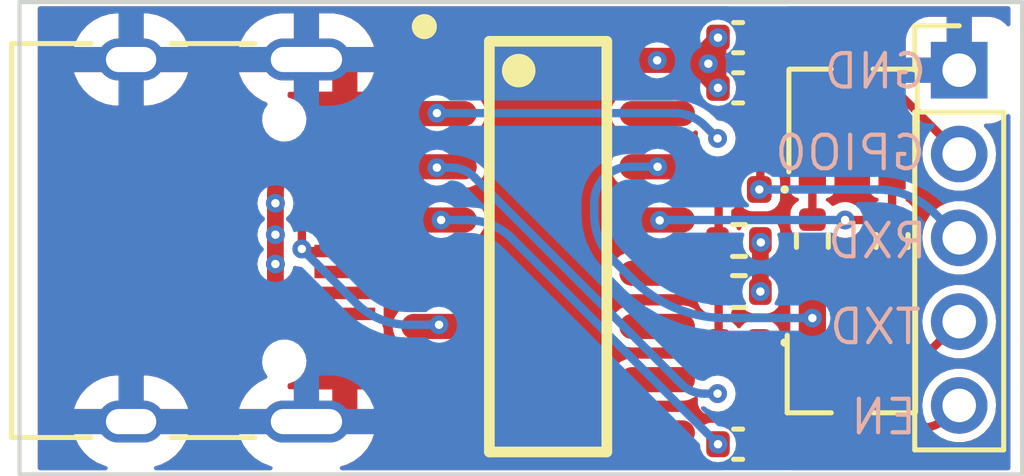
<source format=kicad_pcb>
(kicad_pcb (version 20211014) (generator pcbnew)
  (layers (0 "F.Cu" signal) (1 "In1.Cu" signal) (2 "In2.Cu" signal) (31 "B.Cu" signal) (34 "B.Paste" user) (35 "F.Paste" user) (36 "B.SilkS" user "B.Silkscreen") (37 "F.SilkS" user "F.Silkscreen") (38 "B.Mask" user) (39 "F.Mask" user) (44 "Edge.Cuts" user))
  (net 0 "")
  (net 1 "GND")
  (net 2 "/TXD")
  (net 3 "/RXD")
  (net 4 "Net-(D2-Pad2)")
  (net 5 "+5V")
  (net 6 "Net-(C3-Pad1)")
  (net 7 "Net-(D3-Pad2)")
  (net 9 "Net-(J2-PadA6)")
  (net 10 "Net-(J2-PadA7)")
  (net 14 "/GPIO0")
  (net 15 "Net-(Q1-Pad1)")
  (net 23 "Net-(Q1-Pad2)")
  (net 24 "/EN")
  (net 25 "Net-(Q2-Pad1)")
  (net 26 "Net-(Q2-Pad2)")
  (footprint "Connector_USB:USB_C_Receptacle_HRO_TYPE-C-31-M-12" (layer "F.Cu") (at 106.51 87.29 -90)
    (fp_text reference "J2" hide)
    (fp_text value "usbc" hide)
    (fp_line (start 4.7 -1.9) (end 4.7 0.1) (layer "F.SilkS") (width 0.12))
    (fp_line (start -4.7 2) (end -4.7 3.9) (layer "F.SilkS") (width 0.12))
    (fp_line (start -4.7 3.9) (end 4.7 3.9) (layer "F.SilkS") (width 0.12))
    (fp_line (start 4.7 2) (end 4.7 3.9) (layer "F.SilkS") (width 0.12))
    (fp_line (start -4.7 -1.9) (end -4.7 0.1) (layer "F.SilkS") (width 0.12))
    (pad "" np_thru_hole circle (at 2.89 -2.6 270) (size 0.65 0.65) (drill 0.65) (layers *.Cu *.Mask))
    (pad "" np_thru_hole circle (at -2.89 -2.6 270) (size 0.65 0.65) (drill 0.65) (layers *.Cu *.Mask))
    (pad "A1" smd rect (at -3.25 -4.045 270) (size 0.6 1.45) (layers "F.Cu" "F.Paste" "F.Mask") (net 1 "GND"))
    (pad "A4" smd rect (at -2.45 -4.045 270) (size 0.6 1.45) (layers "F.Cu" "F.Paste" "F.Mask") (net 5 "+5V"))
    (pad "A5" smd rect (at -1.25 -4.045 270) (size 0.3 1.45) (layers "F.Cu" "F.Paste" "F.Mask"))
    (pad "A6" smd rect (at -0.25 -4.045 270) (size 0.3 1.45) (layers "F.Cu" "F.Paste" "F.Mask") (net 9 "Net-(J2-PadA6)"))
    (pad "A7" smd rect (at 0.25 -4.045 270) (size 0.3 1.45) (layers "F.Cu" "F.Paste" "F.Mask") (net 10 "Net-(J2-PadA7)"))
    (pad "A8" smd rect (at 1.25 -4.045 270) (size 0.3 1.45) (layers "F.Cu" "F.Paste" "F.Mask"))
    (pad "A9" smd rect (at 2.45 -4.045 270) (size 0.6 1.45) (layers "F.Cu" "F.Paste" "F.Mask") (net 5 "+5V"))
    (pad "A12" smd rect (at 3.25 -4.045 270) (size 0.6 1.45) (layers "F.Cu" "F.Paste" "F.Mask") (net 1 "GND"))
    (pad "B1" smd rect (at 3.25 -4.045 270) (size 0.6 1.45) (layers "F.Cu" "F.Paste" "F.Mask") (net 1 "GND"))
    (pad "B4" smd rect (at 2.45 -4.045 270) (size 0.6 1.45) (layers "F.Cu" "F.Paste" "F.Mask") (net 5 "+5V"))
    (pad "B5" smd rect (at 1.75 -4.045 270) (size 0.3 1.45) (layers "F.Cu" "F.Paste" "F.Mask"))
    (pad "B6" smd rect (at 0.75 -4.045 270) (size 0.3 1.45) (layers "F.Cu" "F.Paste" "F.Mask") (net 9 "Net-(J2-PadA6)"))
    (pad "B7" smd rect (at -0.75 -4.045 270) (size 0.3 1.45) (layers "F.Cu" "F.Paste" "F.Mask") (net 10 "Net-(J2-PadA7)"))
    (pad "B8" smd rect (at -1.75 -4.045 270) (size 0.3 1.45) (layers "F.Cu" "F.Paste" "F.Mask"))
    (pad "B9" smd rect (at -2.45 -4.045 270) (size 0.6 1.45) (layers "F.Cu" "F.Paste" "F.Mask") (net 5 "+5V"))
    (pad "B12" smd rect (at -3.25 -4.045 270) (size 0.6 1.45) (layers "F.Cu" "F.Paste" "F.Mask") (net 1 "GND"))
    (pad "S1" thru_hole oval (at 4.32 1.05 270) (size 1 1.6) (drill oval 0.6 1.2) (layers *.Cu *.Mask) (net 1 "GND"))
    (pad "S1" thru_hole oval (at 4.32 -3.13 270) (size 1 2.1) (drill oval 0.6 1.7) (layers *.Cu *.Mask) (net 1 "GND"))
    (pad "S1" thru_hole oval (at -4.32 1.05 270) (size 1 1.6) (drill oval 0.6 1.2) (layers *.Cu *.Mask) (net 1 "GND"))
    (pad "S1" thru_hole oval (at -4.32 -3.13 270) (size 1 2.1) (drill oval 0.6 1.7) (layers *.Cu *.Mask) (net 1 "GND"))
  )
  (footprint "Resistor_SMD:R_0402_1005Metric" (layer "F.Cu") (at 121.7 87.3 -90)
    (fp_text reference "R4" hide)
    (fp_text value "12K" hide)
    (fp_line (start -0.153641 0.38) (end 0.153641 0.38) (layer "F.SilkS") (width 0.12))
    (fp_line (start -0.153641 -0.38) (end 0.153641 -0.38) (layer "F.SilkS") (width 0.12))
    (pad "1" smd roundrect (at -0.51 0 270) (size 0.54 0.64) (layers "F.Cu" "F.Paste" "F.Mask") (net 25 "Net-(Q2-Pad1)"))
    (pad "2" smd roundrect (at 0.51 0 270) (size 0.54 0.64) (layers "F.Cu" "F.Paste" "F.Mask") (net 23 "Net-(Q1-Pad2)"))
  )
  (footprint "Capacitor_SMD:C_0402_1005Metric" (layer "F.Cu") (at 119.93 92.15)
    (fp_text reference "C3" hide)
    (fp_text value "100nf" hide)
    (fp_line (start -0.107836 0.36) (end 0.107836 0.36) (layer "F.SilkS") (width 0.12))
    (fp_line (start -0.107836 -0.36) (end 0.107836 -0.36) (layer "F.SilkS") (width 0.12))
    (pad "1" smd roundrect (at -0.48 0) (size 0.56 0.62) (layers "F.Cu" "F.Paste" "F.Mask") (net 6 "Net-(C3-Pad1)"))
    (pad "2" smd roundrect (at 0.48 0) (size 0.56 0.62) (layers "F.Cu" "F.Paste" "F.Mask") (net 1 "GND"))
  )
  (footprint "LED_SMD:LED_0402_1005Metric" (layer "F.Cu") (at 119.95 86.071718 180)
    (fp_text reference "D3" hide)
    (fp_text value "RXD" hide)
    (fp_circle (center -1.09 0) (end -1.04 0) (layer "F.SilkS") (width 0.1) (fill none))
    (pad "1" smd roundrect (at -0.485 0 180) (size 0.59 0.64) (layers "F.Cu" "F.Paste" "F.Mask") (net 3 "/RXD"))
    (pad "2" smd roundrect (at 0.485 0 180) (size 0.59 0.64) (layers "F.Cu" "F.Paste" "F.Mask") (net 7 "Net-(D3-Pad2)"))
  )
  (footprint "Package_TO_SOT_SMD:TSOT-23" (layer "F.Cu") (at 122.65 90.45 -90)
    (fp_text reference "Q1" hide)
    (fp_text value "S8050" hide)
    (fp_line (start 0.95 0.5) (end 0.95 1.55) (layer "F.SilkS") (width 0.12))
    (fp_line (start 0.95 1.55) (end -0.9 1.55) (layer "F.SilkS") (width 0.12))
    (fp_line (start 0.95 -1.5) (end 0.95 -0.5) (layer "F.SilkS") (width 0.12))
    (fp_line (start 0.93 -1.51) (end -1.5 -1.51) (layer "F.SilkS") (width 0.12))
    (pad "1" smd rect (at -1.31 -0.95 270) (size 1.22 0.65) (layers "F.Cu" "F.Paste" "F.Mask") (net 15 "Net-(Q1-Pad1)"))
    (pad "2" smd rect (at -1.31 0.95 270) (size 1.22 0.65) (layers "F.Cu" "F.Paste" "F.Mask") (net 23 "Net-(Q1-Pad2)"))
    (pad "3" smd rect (at 1.31 0 270) (size 1.22 0.65) (layers "F.Cu" "F.Paste" "F.Mask") (net 24 "/EN"))
  )
  (footprint "Capacitor_SMD:C_0402_1005Metric" (layer "F.Cu") (at 119.93 82.44875)
    (fp_text reference "C1" hide)
    (fp_text value "10uf" hide)
    (fp_line (start -0.107836 -0.36) (end 0.107836 -0.36) (layer "F.SilkS") (width 0.12))
    (fp_line (start -0.107836 0.36) (end 0.107836 0.36) (layer "F.SilkS") (width 0.12))
    (pad "1" smd roundrect (at -0.48 0) (size 0.56 0.62) (layers "F.Cu" "F.Paste" "F.Mask") (net 5 "+5V"))
    (pad "2" smd roundrect (at 0.48 0) (size 0.56 0.62) (layers "F.Cu" "F.Paste" "F.Mask") (net 1 "GND"))
  )
  (footprint "Capacitor_SMD:C_0402_1005Metric" (layer "F.Cu") (at 119.93 83.646406)
    (fp_text reference "C2" hide)
    (fp_text value "100nf" hide)
    (fp_line (start -0.107836 0.36) (end 0.107836 0.36) (layer "F.SilkS") (width 0.12))
    (fp_line (start -0.107836 -0.36) (end 0.107836 -0.36) (layer "F.SilkS") (width 0.12))
    (pad "1" smd roundrect (at -0.48 0) (size 0.56 0.62) (layers "F.Cu" "F.Paste" "F.Mask") (net 5 "+5V"))
    (pad "2" smd roundrect (at 0.48 0) (size 0.56 0.62) (layers "F.Cu" "F.Paste" "F.Mask") (net 1 "GND"))
  )
  (footprint "Package_TO_SOT_SMD:TSOT-23" (layer "F.Cu") (at 122.65 84.15 90)
    (fp_text reference "Q2" hide)
    (fp_text value "S8050" hide)
    (fp_line (start 0.93 -1.51) (end -1.5 -1.51) (layer "F.SilkS") (width 0.12))
    (fp_line (start 0.95 -1.5) (end 0.95 -0.5) (layer "F.SilkS") (width 0.12))
    (fp_line (start 0.95 0.5) (end 0.95 1.55) (layer "F.SilkS") (width 0.12))
    (fp_line (start 0.95 1.55) (end -0.9 1.55) (layer "F.SilkS") (width 0.12))
    (pad "1" smd rect (at -1.31 -0.95 90) (size 1.22 0.65) (layers "F.Cu" "F.Paste" "F.Mask") (net 25 "Net-(Q2-Pad1)"))
    (pad "2" smd rect (at -1.31 0.95 90) (size 1.22 0.65) (layers "F.Cu" "F.Paste" "F.Mask") (net 26 "Net-(Q2-Pad2)"))
    (pad "3" smd rect (at 1.31 0 90) (size 1.22 0.65) (layers "F.Cu" "F.Paste" "F.Mask") (net 14 "/GPIO0"))
  )
  (footprint "Connector_PinHeader_2.00mm:PinHeader_1x05_P2.00mm_Vertical" (layer "F.Cu") (at 125.2 83.225)
    (fp_text reference "J1" hide)
    (fp_text value "TTL-connect-pin4" hide)
    (fp_line (start -1.06 0) (end -1.06 -1.06) (layer "F.SilkS") (width 0.12))
    (fp_line (start -1.06 -1.06) (end 0 -1.06) (layer "F.SilkS") (width 0.12))
    (fp_line (start -1.06 1) (end -1.06 9.06) (layer "F.SilkS") (width 0.12))
    (fp_line (start -1.06 1) (end 1.06 1) (layer "F.SilkS") (width 0.12))
    (fp_line (start -1.06 9.06) (end 1.06 9.06) (layer "F.SilkS") (width 0.12))
    (fp_line (start 1.06 1) (end 1.06 9.06) (layer "F.SilkS") (width 0.12))
    (pad "1" thru_hole rect (at 0 0) (size 1.35 1.35) (drill 0.8) (layers *.Cu *.Mask) (net 1 "GND"))
    (pad "2" thru_hole oval (at 0 2) (size 1.35 1.35) (drill 0.8) (layers *.Cu *.Mask) (net 14 "/GPIO0"))
    (pad "3" thru_hole oval (at 0 4) (size 1.35 1.35) (drill 0.8) (layers *.Cu *.Mask) (net 3 "/RXD"))
    (pad "4" thru_hole oval (at 0 6) (size 1.35 1.35) (drill 0.8) (layers *.Cu *.Mask) (net 2 "/TXD"))
    (pad "5" thru_hole oval (at 0 8) (size 1.35 1.35) (drill 0.8) (layers *.Cu *.Mask) (net 24 "/EN"))
  )
  (footprint "Resistor_SMD:R_0402_1005Metric" (layer "F.Cu") (at 123.6 87.3 90)
    (fp_text reference "R3" hide)
    (fp_text value "12K" hide)
    (fp_line (start -0.153641 -0.38) (end 0.153641 -0.38) (layer "F.SilkS") (width 0.12))
    (fp_line (start -0.153641 0.38) (end 0.153641 0.38) (layer "F.SilkS") (width 0.12))
    (pad "1" smd roundrect (at -0.51 0 90) (size 0.54 0.64) (layers "F.Cu" "F.Paste" "F.Mask") (net 15 "Net-(Q1-Pad1)"))
    (pad "2" smd roundrect (at 0.51 0 90) (size 0.54 0.64) (layers "F.Cu" "F.Paste" "F.Mask") (net 26 "Net-(Q2-Pad2)"))
  )
  (footprint "LED_SMD:LED_0402_1005Metric" (layer "F.Cu") (at 119.95 89.724686 180)
    (fp_text reference "D2" hide)
    (fp_text value "TXD" hide)
    (fp_circle (center -1.09 0) (end -1.04 0) (layer "F.SilkS") (width 0.1) (fill none))
    (pad "1" smd roundrect (at -0.485 0 180) (size 0.59 0.64) (layers "F.Cu" "F.Paste" "F.Mask") (net 2 "/TXD"))
    (pad "2" smd roundrect (at 0.485 0 180) (size 0.59 0.64) (layers "F.Cu" "F.Paste" "F.Mask") (net 4 "Net-(D2-Pad2)"))
  )
  (footprint "Resistor_SMD:R_0402_1005Metric" (layer "F.Cu") (at 119.95 88.50703 180)
    (fp_text reference "R5" hide)
    (fp_text value "12K" hide)
    (fp_line (start -0.153641 -0.38) (end 0.153641 -0.38) (layer "F.SilkS") (width 0.12))
    (fp_line (start -0.153641 0.38) (end 0.153641 0.38) (layer "F.SilkS") (width 0.12))
    (pad "1" smd roundrect (at -0.51 0 180) (size 0.54 0.64) (layers "F.Cu" "F.Paste" "F.Mask") (net 5 "+5V"))
    (pad "2" smd roundrect (at 0.51 0 180) (size 0.54 0.64) (layers "F.Cu" "F.Paste" "F.Mask") (net 4 "Net-(D2-Pad2)"))
  )
  (footprint "lc_lib:SOP-16_150MIL" (layer "F.Cu") (at 115.4 87.435 -90)
    (fp_text reference "U1" hide)
    (fp_text value "CH340C")
    (fp_line (start 4.9 1.4) (end 4.9 -1.4) (layer "F.SilkS") (width 0.254))
    (fp_line (start -4.9 1.4) (end 4.9 1.4) (layer "F.SilkS") (width 0.254))
    (fp_line (start -4.9 1.4) (end -4.9 -1.4) (layer "F.SilkS") (width 0.254))
    (fp_line (start -4.9 -1.4) (end 4.9 -1.4) (layer "F.SilkS") (width 0.254))
    (fp_circle (center -4.2 0.7) (end -4 0.7) (layer "F.SilkS") (width 0.4) (fill none))
    (fp_circle (center -5.25 2.95) (end -5.1 2.95) (layer "F.SilkS") (width 0.3) (fill none))
    (pad "1" smd oval locked (at -4.445 2.6 90) (size 0.6 1.8) (layers "F.Cu" "F.Paste" "F.Mask") (net 1 "GND"))
    (pad "2" smd oval locked (at -3.175 2.6 90) (size 0.6 1.8) (layers "F.Cu" "F.Paste" "F.Mask") (net 3 "/RXD"))
    (pad "3" smd oval locked (at -1.905 2.6 90) (size 0.6 1.8) (layers "F.Cu" "F.Paste" "F.Mask") (net 2 "/TXD"))
    (pad "4" smd oval locked (at -0.635 2.6 90) (size 0.6 1.8) (layers "F.Cu" "F.Paste" "F.Mask") (net 6 "Net-(C3-Pad1)"))
    (pad "5" smd oval locked (at 0.635 2.6 90) (size 0.6 1.8) (layers "F.Cu" "F.Paste" "F.Mask") (net 9 "Net-(J2-PadA6)"))
    (pad "6" smd oval locked (at 1.905 2.6 90) (size 0.6 1.8) (layers "F.Cu" "F.Paste" "F.Mask") (net 10 "Net-(J2-PadA7)"))
    (pad "7" smd oval locked (at 3.175 2.6 90) (size 0.6 1.8) (layers "F.Cu" "F.Paste" "F.Mask"))
    (pad "8" smd oval locked (at 4.445 2.6 90) (size 0.6 1.8) (layers "F.Cu" "F.Paste" "F.Mask"))
    (pad "9" smd oval locked (at 4.445 -2.6 90) (size 0.6 1.8) (layers "F.Cu" "F.Paste" "F.Mask"))
    (pad "10" smd oval locked (at 3.175 -2.6 90) (size 0.6 1.8) (layers "F.Cu" "F.Paste" "F.Mask"))
    (pad "11" smd oval locked (at 1.905 -2.6 90) (size 0.6 1.8) (layers "F.Cu" "F.Paste" "F.Mask"))
    (pad "12" smd oval locked (at 0.635 -2.6 90) (size 0.6 1.8) (layers "F.Cu" "F.Paste" "F.Mask"))
    (pad "13" smd oval locked (at -0.635 -2.6 90) (size 0.6 1.8) (layers "F.Cu" "F.Paste" "F.Mask") (net 26 "Net-(Q2-Pad2)"))
    (pad "14" smd oval locked (at -1.905 -2.6 90) (size 0.6 1.8) (layers "F.Cu" "F.Paste" "F.Mask") (net 23 "Net-(Q1-Pad2)"))
    (pad "15" smd oval locked (at -3.175 -2.6 90) (size 0.6 1.8) (layers "F.Cu" "F.Paste" "F.Mask"))
    (pad "16" smd oval locked (at -4.445 -2.6 90) (size 0.6 1.8) (layers "F.Cu" "F.Paste" "F.Mask") (net 5 "+5V"))
  )
  (footprint "Resistor_SMD:R_0402_1005Metric" (layer "F.Cu") (at 119.95 87.289374 180)
    (fp_text reference "R6" hide)
    (fp_text value "12K" hide)
    (fp_line (start -0.153641 0.38) (end 0.153641 0.38) (layer "F.SilkS") (width 0.12))
    (fp_line (start -0.153641 -0.38) (end 0.153641 -0.38) (layer "F.SilkS") (width 0.12))
    (pad "1" smd roundrect (at -0.51 0 180) (size 0.54 0.64) (layers "F.Cu" "F.Paste" "F.Mask") (net 5 "+5V"))
    (pad "2" smd roundrect (at 0.51 0 180) (size 0.54 0.64) (layers "F.Cu" "F.Paste" "F.Mask") (net 7 "Net-(D3-Pad2)"))
  )
  (gr_rect (start 102.8 81.6) (end 126.7 92.87) (layer "Edge.Cuts") (width 0.1) (fill none))
  (gr_text "GND\n" (at 123.2 83.25) (layer "B.SilkS") (effects (font (size 0.8 0.8) (thickness 0.1)) (justify mirror)))
  (gr_text "TXD\n" (at 123.2 89.35) (layer "B.SilkS") (effects (font (size 0.8 0.8) (thickness 0.1)) (justify mirror)))
  (gr_text "GPIO0" (at 122.6 85.2) (layer "B.SilkS") (effects (font (size 0.8 0.8) (thickness 0.1)) (justify mirror)))
  (gr_text "RXD" (at 123.25 87.3) (layer "B.SilkS") (effects (font (size 0.8 0.8) (thickness 0.1)) (justify mirror)))
  (gr_text "EN" (at 123.4 91.5) (layer "B.SilkS") (effects (font (size 0.8 0.8) (thickness 0.1)) (justify mirror)))
  (segment (start 124.387255 90.037744) (end 125.2 89.225) (width 0.2) (layer "F.Cu") (net 2))
  (segment (start 120.616802 90.850489) (end 122.425116 90.850489) (width 0.2) (layer "F.Cu") (net 2))
  (segment (start 120.4475 89.737186) (end 120.435 89.724686) (width 0.2) (layer "F.Cu") (net 2))
  (segment (start 112.784142 85.53) (end 112.8 85.53) (width 0.2) (layer "F.Cu") (net 2))
  (segment (start 112.76 85.54) (end 112.75 85.55) (width 0.2) (layer "F.Cu") (net 2))
  (segment (start 120.46 90.877392) (end 120.46 89.767363) (width 0.2) (layer "F.Cu") (net 2))
  (via (at 112.75 85.55) (size 0.45) (drill 0.2) (layers "F.Cu" "B.Cu") (net 2))
  (via (at 119.44 90.942342) (size 0.45) (drill 0.2) (layers "F.Cu" "B.Cu") (net 2))
  (arc (start 120.551853 90.850489) (mid 120.551853 90.850489) (end 120.551853 90.850489) (width 0.2) (layer "F.Cu") (net 2))
  (arc (start 120.616802 90.850489) (mid 120.584327 90.850489) (end 120.551853 90.850489) (width 0.2) (layer "F.Cu") (net 2))
  (arc (start 122.425116 90.850489) (mid 123.487018 90.639263) (end 124.387255 90.037744) (width 0.2) (layer "F.Cu") (net 2))
  (arc (start 120.551853 90.850489) (mid 120.493215 90.885639) (end 120.46 90.877392) (width 0.2) (layer "F.Cu") (net 2))
  (arc (start 120.551853 90.850489) (mid 120.493215 90.885639) (end 120.46 90.877392) (width 0.2) (layer "F.Cu") (net 2))
  (arc (start 120.551853 90.850489) (mid 120.551853 90.850489) (end 120.551853 90.850489) (width 0.2) (layer "F.Cu") (net 2))
  (arc (start 120.4475 89.737186) (mid 120.456751 89.751031) (end 120.46 89.767363) (width 0.2) (layer "F.Cu") (net 2))
  (arc (start 112.76 85.54) (mid 112.771076 85.532598) (end 112.784142 85.53) (width 0.2) (layer "F.Cu") (net 2))
  (arc (start 120.616802 90.850489) (mid 120.584327 90.850489) (end 120.551853 90.850489) (width 0.2) (layer "F.Cu") (net 2))
  (segment (start 119.123668 90.942342) (end 119.44 90.942342) (width 0.2) (layer "B.Cu") (net 2))
  (segment (start 112.75 85.55) (end 113.082497 85.55) (width 0.2) (layer "B.Cu") (net 2))
  (segment (start 113.650104 85.78511) (end 118.583655 90.718661) (width 0.2) (layer "B.Cu") (net 2))
  (arc (start 113.650104 85.78511) (mid 113.389683 85.611103) (end 113.082497 85.55) (width 0.2) (layer "B.Cu") (net 2))
  (arc (start 118.583655 90.718661) (mid 118.831415 90.884209) (end 119.123668 90.942342) (width 0.2) (layer "B.Cu") (net 2))
  (segment (start 112.755 84.255) (end 112.75 84.25) (width 0.2) (layer "F.Cu") (net 3))
  (segment (start 112.767071 84.26) (end 112.8 84.26) (width 0.2) (layer "F.Cu") (net 3))
  (segment (start 120.46 86.02904) (end 120.46 84.854062) (width 0.2) (layer "F.Cu") (net 3))
  (segment (start 120.4475 86.059218) (end 120.435 86.071718) (width 0.2) (layer "F.Cu") (net 3))
  (via (at 120.435 86.071718) (size 0.45) (drill 0.2) (layers "F.Cu" "B.Cu") (net 3))
  (via (at 119.44 84.854062) (size 0.45) (drill 0.2) (layers "F.Cu" "B.Cu") (net 3))
  (via (at 112.75 84.25) (size 0.45) (drill 0.2) (layers "F.Cu" "B.Cu") (net 3))
  (arc (start 112.767071 84.26) (mid 112.760538 84.2587) (end 112.755 84.255) (width 0.2) (layer "F.Cu") (net 3))
  (arc (start 120.46 86.02904) (mid 120.456751 86.045372) (end 120.4475 86.059218) (width 0.2) (layer "F.Cu") (net 3))
  (segment (start 124.623359 86.648359) (end 125.2 87.225) (width 0.2) (layer "B.Cu") (net 3))
  (segment (start 118.408801 84.25) (end 112.75 84.25) (width 0.2) (layer "B.Cu") (net 3))
  (segment (start 119.137969 84.552031) (end 119.44 84.854062) (width 0.2) (layer "B.Cu") (net 3))
  (segment (start 123.231224 86.071718) (end 120.435 86.071718) (width 0.2) (layer "B.Cu") (net 3))
  (arc (start 119.137969 84.552031) (mid 118.803424 84.328495) (end 118.408801 84.25) (width 0.2) (layer "B.Cu") (net 3))
  (arc (start 124.623359 86.648359) (mid 123.984642 86.221582) (end 123.231224 86.071718) (width 0.2) (layer "B.Cu") (net 3))
  (segment (start 119.4525 88.51953) (end 119.44 88.50703) (width 0.2) (layer "F.Cu") (net 4))
  (segment (start 119.465 88.549707) (end 119.465 89.724686) (width 0.2) (layer "F.Cu") (net 4))
  (arc (start 119.4525 88.51953) (mid 119.461751 88.533375) (end 119.465 88.549707) (width 0.2) (layer "F.Cu") (net 4))
  (segment (start 118 82.99) (end 118.396797 82.99) (width 0.4) (layer "F.Cu") (net 5))
  (segment (start 110.124814 84.84) (end 110.555 84.84) (width 0.4) (layer "F.Cu") (net 5))
  (segment (start 119.335 82.955) (end 119.22 83.07) (width 0.4) (layer "F.Cu") (net 5))
  (segment (start 119.179375 82.719375) (end 119.45 82.44875) (width 0.4) (layer "F.Cu") (net 5))
  (segment (start 120.471198 87.3345) (end 120.465599 87.340099) (width 0.4) (layer "F.Cu") (net 5))
  (segment (start 109.297314 89.342685) (end 109.390441 89.435812) (width 0.4) (layer "F.Cu") (net 5))
  (segment (start 109.390441 85.144187) (end 109.297314 85.237314) (width 0.4) (layer "F.Cu") (net 5))
  (segment (start 119.45 83.646406) (end 119.45 82.44875) (width 0.4) (layer "F.Cu") (net 5))
  (segment (start 108.9 88.383483) (end 108.9 86.196516) (width 0.4) (layer "F.Cu") (net 5))
  (segment (start 110.124814 89.74) (end 110.555 89.74) (width 0.4) (layer "F.Cu") (net 5))
  (segment (start 119.074171 83.270577) (end 119.45 83.646406) (width 0.4) (layer "F.Cu") (net 5))
  (segment (start 118 82.99) (end 118.526028 82.99) (width 0.4) (layer "F.Cu") (net 5))
  (segment (start 119.45 82.677365) (end 119.45 82.44875) (width 0.4) (layer "F.Cu") (net 5))
  (segment (start 120.46 87.353616) (end 120.46 88.50703) (width 0.4) (layer "F.Cu") (net 5))
  (via (at 120.46 88.50703) (size 0.45) (drill 0.2) (layers "F.Cu" "B.Cu") (net 5))
  (via (at 118 82.99) (size 0.45) (drill 0.2) (layers "F.Cu" "B.Cu") (net 5))
  (via (at 108.9 87.15) (size 0.45) (drill 0.2) (layers "F.Cu" "B.Cu") (net 5))
  (via (at 119.22 83.07) (size 0.45) (drill 0.2) (layers "F.Cu" "B.Cu") (net 5))
  (via (at 108.9 86.4) (size 0.45) (drill 0.2) (layers "F.Cu" "B.Cu") (net 5))
  (via (at 108.9 87.85) (size 0.45) (drill 0.2) (layers "F.Cu" "B.Cu") (net 5))
  (via (at 120.471198 87.3345) (size 0.45) (drill 0.2) (layers "F.Cu" "B.Cu") (net 5))
  (via (at 119.45 83.646406) (size 0.45) (drill 0.2) (layers "F.Cu" "B.Cu") (net 5))
  (via (at 119.45 82.44875) (size 0.45) (drill 0.2) (layers "F.Cu" "B.Cu") (net 5))
  (arc (start 108.9 86.196516) (mid 109.003258 85.677399) (end 109.297314 85.237314) (width 0.4) (layer "F.Cu") (net 5))
  (arc (start 110.124814 89.74) (mid 109.727374 89.660944) (end 109.390441 89.435812) (width 0.4) (layer "F.Cu") (net 5))
  (arc (start 118.526028 82.99) (mid 118.879616 82.919666) (end 119.179375 82.719375) (width 0.4) (layer "F.Cu") (net 5))
  (arc (start 109.297314 89.342685) (mid 109.003258 88.902599) (end 108.9 88.383483) (width 0.4) (layer "F.Cu") (net 5))
  (arc (start 119.335 82.955) (mid 119.420112 82.82762) (end 119.45 82.677365) (width 0.4) (layer "F.Cu") (net 5))
  (arc (start 109.390441 85.144187) (mid 109.727374 84.919055) (end 110.124814 84.84) (width 0.4) (layer "F.Cu") (net 5))
  (arc (start 120.46 87.353616) (mid 120.461455 87.3463) (end 120.465599 87.340099) (width 0.4) (layer "F.Cu") (net 5))
  (arc (start 119.074171 83.270577) (mid 118.763389 83.062919) (end 118.396797 82.99) (width 0.4) (layer "F.Cu") (net 5))
  (segment (start 112.85 86.8) (end 112.8 86.8) (width 0.2) (layer "F.Cu") (net 6))
  (via (at 119.45 92.15) (size 0.45) (drill 0.2) (layers "F.Cu" "B.Cu") (net 6))
  (via (at 112.85 86.8) (size 0.45) (drill 0.2) (layers "F.Cu" "B.Cu") (net 6))
  (segment (start 119.45 92.15) (end 114.541941 87.241941) (width 0.2) (layer "B.Cu") (net 6))
  (segment (start 112.85 86.8) (end 113.475 86.8) (width 0.2) (layer "B.Cu") (net 6))
  (arc (start 114.541941 87.241941) (mid 114.052424 86.914856) (end 113.475 86.8) (width 0.2) (layer "B.Cu") (net 6))
  (segment (start 119.4525 87.276874) (end 119.44 87.289374) (width 0.2) (layer "F.Cu") (net 7))
  (segment (start 119.465 87.246696) (end 119.465 86.071718) (width 0.2) (layer "F.Cu") (net 7))
  (arc (start 119.465 87.246696) (mid 119.461751 87.263028) (end 119.4525 87.276874) (width 0.2) (layer "F.Cu") (net 7))
  (segment (start 111.579511 87.953809) (end 111.579511 87.905) (width 0.2) (layer "F.Cu") (net 9))
  (segment (start 111.49332 87.04) (end 110.555 87.04) (width 0.2) (layer "F.Cu") (net 9))
  (segment (start 111.579511 87.905) (end 111.579511 87.735978) (width 0.2) (layer "F.Cu") (net 9))
  (segment (start 112.675244 87.945244) (end 112.8 88.07) (width 0.2) (layer "F.Cu") (net 9))
  (segment (start 111.664022 87.820489) (end 112.374058 87.820489) (width 0.2) (layer "F.Cu") (net 9))
  (segment (start 111.579511 87.12619) (end 111.579511 87.735978) (width 0.2) (layer "F.Cu") (net 9))
  (segment (start 111.49332 88.04) (end 110.555 88.04) (width 0.2) (layer "F.Cu") (net 9))
  (arc (start 111.664022 87.820489) (mid 111.604263 87.845241) (end 111.579511 87.905) (width 0.2) (layer "F.Cu") (net 9))
  (arc (start 112.374058 87.820489) (mid 112.537058 87.852911) (end 112.675244 87.945244) (width 0.2) (layer "F.Cu") (net 9))
  (arc (start 111.664022 87.820489) (mid 111.604263 87.795736) (end 111.579511 87.735978) (width 0.2) (layer "F.Cu") (net 9))
  (arc (start 111.49332 87.04) (mid 111.526304 87.04656) (end 111.554266 87.065244) (width 0.2) (layer "F.Cu") (net 9))
  (arc (start 111.554266 88.014755) (mid 111.57295 87.986793) (end 111.579511 87.953809) (width 0.2) (layer "F.Cu") (net 9))
  (arc (start 111.554266 88.014755) (mid 111.526304 88.033439) (end 111.49332 88.04) (width 0.2) (layer "F.Cu") (net 9))
  (arc (start 111.579511 87.12619) (mid 111.57295 87.093206) (end 111.554266 87.065244) (width 0.2) (layer "F.Cu") (net 9))
  (segment (start 109.616679 87.54) (end 110.555 87.54) (width 0.2) (layer "F.Cu") (net 10))
  (segment (start 109.616679 86.54) (end 110.555 86.54) (width 0.2) (layer "F.Cu") (net 10))
  (segment (start 112.8 89.3) (end 112.8 89.34) (width 0.2) (layer "F.Cu") (net 10))
  (segment (start 109.530489 86.62619) (end 109.530489 87.453809) (width 0.2) (layer "F.Cu") (net 10))
  (via (at 109.529832 87.490168) (size 0.45) (drill 0.2) (layers "F.Cu" "B.Cu") (net 10))
  (via (at 112.8 89.3) (size 0.45) (drill 0.2) (layers "F.Cu" "B.Cu") (net 10))
  (arc (start 109.555733 86.565244) (mid 109.583695 86.54656) (end 109.616679 86.54) (width 0.2) (layer "F.Cu") (net 10))
  (arc (start 109.530489 87.453809) (mid 109.537049 87.486793) (end 109.555733 87.514755) (width 0.2) (layer "F.Cu") (net 10))
  (arc (start 109.616679 87.54) (mid 109.583695 87.533439) (end 109.555733 87.514755) (width 0.2) (layer "F.Cu") (net 10))
  (arc (start 109.530489 86.62619) (mid 109.537049 86.593206) (end 109.555733 86.565244) (width 0.2) (layer "F.Cu") (net 10))
  (segment (start 112.8 89.3) (end 112.069832 89.3) (width 0.2) (layer "B.Cu") (net 10))
  (segment (start 109.529832 87.490168) (end 110.823357 88.783693) (width 0.2) (layer "B.Cu") (net 10))
  (arc (start 112.069832 89.3) (mid 111.395244 89.165816) (end 110.823357 88.783693) (width 0.2) (layer "B.Cu") (net 10))
  (segment (start 122.7325 82.84) (end 122.65 82.84) (width 0.2) (layer "F.Cu") (net 14))
  (segment (start 122.873336 82.898336) (end 125.2 85.225) (width 0.2) (layer "F.Cu") (net 14))
  (arc (start 122.873336 82.898336) (mid 122.808719 82.855161) (end 122.7325 82.84) (width 0.2) (layer "F.Cu") (net 14))
  (segment (start 123.6 89.14) (end 123.6 87.81) (width 0.2) (layer "F.Cu") (net 15))
  (segment (start 121.7 89.14) (end 121.7 87.81) (width 0.2) (layer "F.Cu") (net 23))
  (segment (start 118.01 85.53) (end 118 85.53) (width 0.2) (layer "F.Cu") (net 23))
  (via (at 121.7 89.14) (size 0.45) (drill 0.2) (layers "F.Cu" "B.Cu") (net 23))
  (via (at 118.01 85.53) (size 0.45) (drill 0.2) (layers "F.Cu" "B.Cu") (net 23))
  (segment (start 118.008449 85.529092) (end 117.350745 85.529092) (width 0.2) (layer "B.Cu") (net 23))
  (segment (start 118.009546 85.529546) (end 118.01 85.53) (width 0.2) (layer "B.Cu") (net 23))
  (segment (start 119.641076 89.14) (end 121.7 89.14) (width 0.2) (layer "B.Cu") (net 23))
  (segment (start 116.5 86.379837) (end 116.5 86.663723) (width 0.2) (layer "B.Cu") (net 23))
  (segment (start 117.42 88.22) (end 116.949915 87.749915) (width 0.2) (layer "B.Cu") (net 23))
  (arc (start 116.749177 85.778269) (mid 116.564758 86.05427) (end 116.5 86.379837) (width 0.2) (layer "B.Cu") (net 23))
  (arc (start 116.5 86.663723) (mid 116.616929 87.251566) (end 116.949915 87.749915) (width 0.2) (layer "B.Cu") (net 23))
  (arc (start 117.350745 85.529092) (mid 117.025178 85.59385) (end 116.749177 85.778269) (width 0.2) (layer "B.Cu") (net 23))
  (arc (start 118.009546 85.529546) (mid 118.009042 85.529209) (end 118.008449 85.529092) (width 0.2) (layer "B.Cu") (net 23))
  (arc (start 117.42 88.22) (mid 118.439038 88.900899) (end 119.641076 89.14) (width 0.2) (layer "B.Cu") (net 23))
  (segment (start 124.286697 91.76) (end 122.65 91.76) (width 0.2) (layer "F.Cu") (net 24))
  (segment (start 124.9325 91.4925) (end 125.2 91.225) (width 0.2) (layer "F.Cu") (net 24))
  (arc (start 124.9325 91.4925) (mid 124.636203 91.690479) (end 124.286697 91.76) (width 0.2) (layer "F.Cu") (net 24))
  (segment (start 121.7 86.79) (end 121.7 85.46) (width 0.2) (layer "F.Cu") (net 25))
  (segment (start 118.055 86.805) (end 118.06 86.81) (width 0.2) (layer "F.Cu") (net 26))
  (segment (start 123.6 86.782928) (end 123.6 85.46) (width 0.2) (layer "F.Cu") (net 26))
  (segment (start 118.042928 86.8) (end 118 86.8) (width 0.2) (layer "F.Cu") (net 26))
  (segment (start 122.48 86.8) (end 123.582928 86.8) (width 0.2) (layer "F.Cu") (net 26))
  (via (at 122.48 86.8) (size 0.45) (drill 0.2) (layers "F.Cu" "B.Cu") (net 26))
  (via (at 118.06 86.81) (size 0.45) (drill 0.2) (layers "F.Cu" "B.Cu") (net 26))
  (arc (start 123.595 86.795) (mid 123.5987 86.789461) (end 123.6 86.782928) (width 0.2) (layer "F.Cu") (net 26))
  (arc (start 118.055 86.805) (mid 118.049461 86.801299) (end 118.042928 86.8) (width 0.2) (layer "F.Cu") (net 26))
  (arc (start 123.595 86.795) (mid 123.589461 86.7987) (end 123.582928 86.8) (width 0.2) (layer "F.Cu") (net 26))
  (segment (start 118.06 86.81) (end 118.065 86.805) (width 0.2) (layer "B.Cu") (net 26))
  (segment (start 122.48 86.8) (end 118.077071 86.8) (width 0.2) (layer "B.Cu") (net 26))
  (arc (start 118.077071 86.8) (mid 118.070538 86.801299) (end 118.065 86.805) (width 0.2) (layer "B.Cu") (net 26))
  (zone (net 1) (net_name "GND") (layers "F.Cu" "In2.Cu" "B.Cu") (connect_pads (clearance 0.1)) (min_thickness 0.1) (fill yes (thermal_gap 0.6) (thermal_bridge_width 0.6))
    (polygon (pts (xy 126.42 92.808) (xy 103.236 92.808) (xy 103.236 81.636) (xy 126.42 81.636)))
  )
)
</source>
